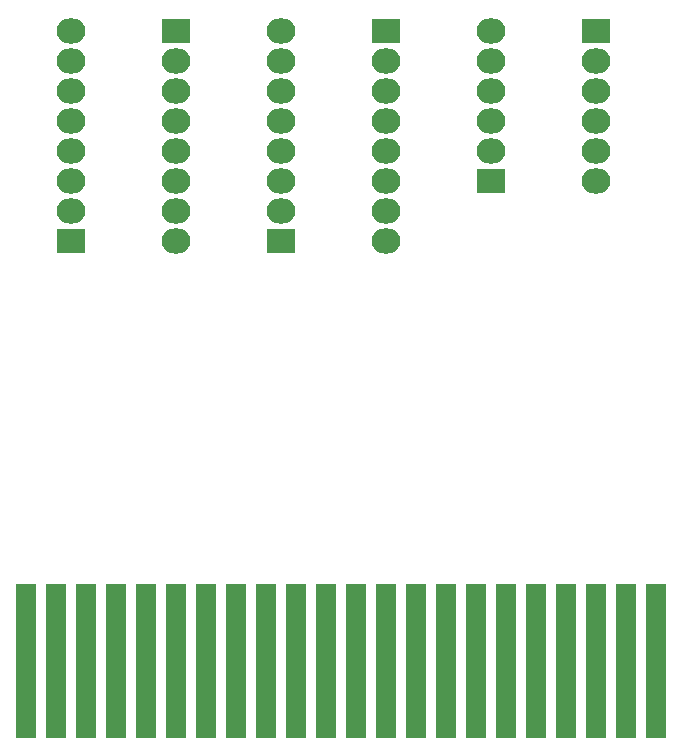
<source format=gts>
G04 #@! TF.FileFunction,Soldermask,Top*
%FSLAX46Y46*%
G04 Gerber Fmt 4.6, Leading zero omitted, Abs format (unit mm)*
G04 Created by KiCad (PCBNEW 4.0.5+dfsg1-2) date Wed Jan 18 16:24:57 2017*
%MOMM*%
%LPD*%
G01*
G04 APERTURE LIST*
%ADD10C,0.100000*%
%ADD11R,2.432000X2.127200*%
%ADD12O,2.432000X2.127200*%
%ADD13R,1.670000X13.100000*%
G04 APERTURE END LIST*
D10*
D11*
X80010000Y-85090000D03*
D12*
X80010000Y-82550000D03*
X80010000Y-80010000D03*
X80010000Y-77470000D03*
X80010000Y-74930000D03*
X80010000Y-72390000D03*
X80010000Y-69850000D03*
X80010000Y-67310000D03*
D11*
X97790000Y-85090000D03*
D12*
X97790000Y-82550000D03*
X97790000Y-80010000D03*
X97790000Y-77470000D03*
X97790000Y-74930000D03*
X97790000Y-72390000D03*
X97790000Y-69850000D03*
X97790000Y-67310000D03*
D11*
X115570000Y-80010000D03*
D12*
X115570000Y-77470000D03*
X115570000Y-74930000D03*
X115570000Y-72390000D03*
X115570000Y-69850000D03*
X115570000Y-67310000D03*
D11*
X124460000Y-67310000D03*
D12*
X124460000Y-69850000D03*
X124460000Y-72390000D03*
X124460000Y-74930000D03*
X124460000Y-77470000D03*
X124460000Y-80010000D03*
D11*
X106680000Y-67310000D03*
D12*
X106680000Y-69850000D03*
X106680000Y-72390000D03*
X106680000Y-74930000D03*
X106680000Y-77470000D03*
X106680000Y-80010000D03*
X106680000Y-82550000D03*
X106680000Y-85090000D03*
D11*
X88900000Y-67310000D03*
D12*
X88900000Y-69850000D03*
X88900000Y-72390000D03*
X88900000Y-74930000D03*
X88900000Y-77470000D03*
X88900000Y-80010000D03*
X88900000Y-82550000D03*
X88900000Y-85090000D03*
D13*
X81280000Y-120650000D03*
X78740000Y-120650000D03*
X76200000Y-120650000D03*
X83820000Y-120650000D03*
X86360000Y-120650000D03*
X88900000Y-120650000D03*
X91440000Y-120650000D03*
X93980000Y-120650000D03*
X96520000Y-120650000D03*
X99060000Y-120650000D03*
X101600000Y-120650000D03*
X104140000Y-120650000D03*
X106680000Y-120650000D03*
X109220000Y-120650000D03*
X111760000Y-120650000D03*
X114300000Y-120650000D03*
X116840000Y-120650000D03*
X119380000Y-120650000D03*
X121920000Y-120650000D03*
X124460000Y-120650000D03*
X127000000Y-120650000D03*
X129540000Y-120650000D03*
M02*

</source>
